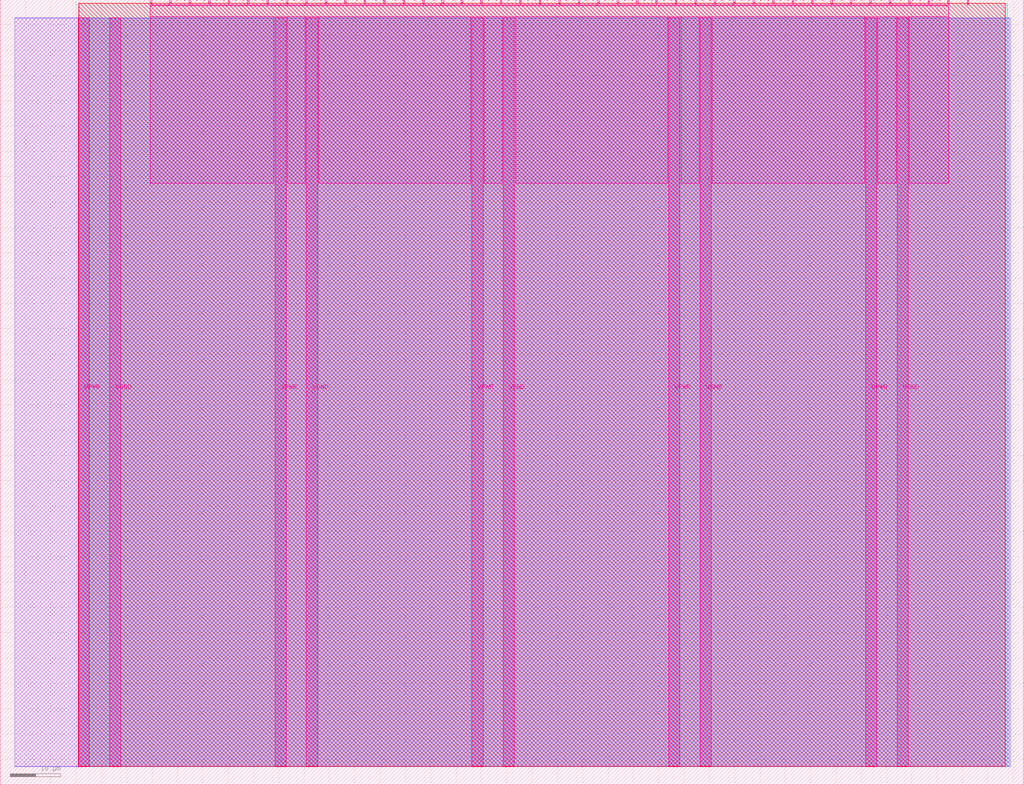
<source format=lef>
VERSION 5.7 ;
  NOWIREEXTENSIONATPIN ON ;
  DIVIDERCHAR "/" ;
  BUSBITCHARS "[]" ;
MACRO tt_um_ephrenm_tsal
  CLASS BLOCK ;
  FOREIGN tt_um_ephrenm_tsal ;
  ORIGIN 0.000 0.000 ;
  SIZE 202.080 BY 154.980 ;
  PIN VGND
    DIRECTION INOUT ;
    USE GROUND ;
    PORT
      LAYER Metal5 ;
        RECT 21.580 3.560 23.780 151.420 ;
    END
    PORT
      LAYER Metal5 ;
        RECT 60.450 3.560 62.650 151.420 ;
    END
    PORT
      LAYER Metal5 ;
        RECT 99.320 3.560 101.520 151.420 ;
    END
    PORT
      LAYER Metal5 ;
        RECT 138.190 3.560 140.390 151.420 ;
    END
    PORT
      LAYER Metal5 ;
        RECT 177.060 3.560 179.260 151.420 ;
    END
  END VGND
  PIN VPWR
    DIRECTION INOUT ;
    USE POWER ;
    PORT
      LAYER Metal5 ;
        RECT 15.380 3.560 17.580 151.420 ;
    END
    PORT
      LAYER Metal5 ;
        RECT 54.250 3.560 56.450 151.420 ;
    END
    PORT
      LAYER Metal5 ;
        RECT 93.120 3.560 95.320 151.420 ;
    END
    PORT
      LAYER Metal5 ;
        RECT 131.990 3.560 134.190 151.420 ;
    END
    PORT
      LAYER Metal5 ;
        RECT 170.860 3.560 173.060 151.420 ;
    END
  END VPWR
  PIN clk
    DIRECTION INPUT ;
    USE SIGNAL ;
    ANTENNAGATEAREA 0.213200 ;
    PORT
      LAYER Metal5 ;
        RECT 187.050 153.980 187.350 154.980 ;
    END
  END clk
  PIN ena
    DIRECTION INPUT ;
    USE SIGNAL ;
    PORT
      LAYER Metal5 ;
        RECT 190.890 153.980 191.190 154.980 ;
    END
  END ena
  PIN rst_n
    DIRECTION INPUT ;
    USE SIGNAL ;
    ANTENNAGATEAREA 0.393900 ;
    PORT
      LAYER Metal5 ;
        RECT 183.210 153.980 183.510 154.980 ;
    END
  END rst_n
  PIN ui_in[0]
    DIRECTION INPUT ;
    USE SIGNAL ;
    ANTENNAGATEAREA 0.180700 ;
    PORT
      LAYER Metal5 ;
        RECT 179.370 153.980 179.670 154.980 ;
    END
  END ui_in[0]
  PIN ui_in[1]
    DIRECTION INPUT ;
    USE SIGNAL ;
    ANTENNAGATEAREA 0.180700 ;
    PORT
      LAYER Metal5 ;
        RECT 175.530 153.980 175.830 154.980 ;
    END
  END ui_in[1]
  PIN ui_in[2]
    DIRECTION INPUT ;
    USE SIGNAL ;
    ANTENNAGATEAREA 0.180700 ;
    PORT
      LAYER Metal5 ;
        RECT 171.690 153.980 171.990 154.980 ;
    END
  END ui_in[2]
  PIN ui_in[3]
    DIRECTION INPUT ;
    USE SIGNAL ;
    ANTENNAGATEAREA 0.180700 ;
    PORT
      LAYER Metal5 ;
        RECT 167.850 153.980 168.150 154.980 ;
    END
  END ui_in[3]
  PIN ui_in[4]
    DIRECTION INPUT ;
    USE SIGNAL ;
    ANTENNAGATEAREA 0.180700 ;
    PORT
      LAYER Metal5 ;
        RECT 164.010 153.980 164.310 154.980 ;
    END
  END ui_in[4]
  PIN ui_in[5]
    DIRECTION INPUT ;
    USE SIGNAL ;
    ANTENNAGATEAREA 0.180700 ;
    PORT
      LAYER Metal5 ;
        RECT 160.170 153.980 160.470 154.980 ;
    END
  END ui_in[5]
  PIN ui_in[6]
    DIRECTION INPUT ;
    USE SIGNAL ;
    ANTENNAGATEAREA 0.180700 ;
    PORT
      LAYER Metal5 ;
        RECT 156.330 153.980 156.630 154.980 ;
    END
  END ui_in[6]
  PIN ui_in[7]
    DIRECTION INPUT ;
    USE SIGNAL ;
    ANTENNAGATEAREA 0.180700 ;
    PORT
      LAYER Metal5 ;
        RECT 152.490 153.980 152.790 154.980 ;
    END
  END ui_in[7]
  PIN uio_in[0]
    DIRECTION INPUT ;
    USE SIGNAL ;
    PORT
      LAYER Metal5 ;
        RECT 148.650 153.980 148.950 154.980 ;
    END
  END uio_in[0]
  PIN uio_in[1]
    DIRECTION INPUT ;
    USE SIGNAL ;
    ANTENNAGATEAREA 0.180700 ;
    PORT
      LAYER Metal5 ;
        RECT 144.810 153.980 145.110 154.980 ;
    END
  END uio_in[1]
  PIN uio_in[2]
    DIRECTION INPUT ;
    USE SIGNAL ;
    PORT
      LAYER Metal5 ;
        RECT 140.970 153.980 141.270 154.980 ;
    END
  END uio_in[2]
  PIN uio_in[3]
    DIRECTION INPUT ;
    USE SIGNAL ;
    PORT
      LAYER Metal5 ;
        RECT 137.130 153.980 137.430 154.980 ;
    END
  END uio_in[3]
  PIN uio_in[4]
    DIRECTION INPUT ;
    USE SIGNAL ;
    PORT
      LAYER Metal5 ;
        RECT 133.290 153.980 133.590 154.980 ;
    END
  END uio_in[4]
  PIN uio_in[5]
    DIRECTION INPUT ;
    USE SIGNAL ;
    PORT
      LAYER Metal5 ;
        RECT 129.450 153.980 129.750 154.980 ;
    END
  END uio_in[5]
  PIN uio_in[6]
    DIRECTION INPUT ;
    USE SIGNAL ;
    PORT
      LAYER Metal5 ;
        RECT 125.610 153.980 125.910 154.980 ;
    END
  END uio_in[6]
  PIN uio_in[7]
    DIRECTION INPUT ;
    USE SIGNAL ;
    PORT
      LAYER Metal5 ;
        RECT 121.770 153.980 122.070 154.980 ;
    END
  END uio_in[7]
  PIN uio_oe[0]
    DIRECTION OUTPUT ;
    USE SIGNAL ;
    ANTENNADIFFAREA 0.392700 ;
    PORT
      LAYER Metal5 ;
        RECT 56.490 153.980 56.790 154.980 ;
    END
  END uio_oe[0]
  PIN uio_oe[1]
    DIRECTION OUTPUT ;
    USE SIGNAL ;
    ANTENNADIFFAREA 0.299200 ;
    PORT
      LAYER Metal5 ;
        RECT 52.650 153.980 52.950 154.980 ;
    END
  END uio_oe[1]
  PIN uio_oe[2]
    DIRECTION OUTPUT ;
    USE SIGNAL ;
    ANTENNADIFFAREA 0.299200 ;
    PORT
      LAYER Metal5 ;
        RECT 48.810 153.980 49.110 154.980 ;
    END
  END uio_oe[2]
  PIN uio_oe[3]
    DIRECTION OUTPUT ;
    USE SIGNAL ;
    ANTENNADIFFAREA 0.392700 ;
    PORT
      LAYER Metal5 ;
        RECT 44.970 153.980 45.270 154.980 ;
    END
  END uio_oe[3]
  PIN uio_oe[4]
    DIRECTION OUTPUT ;
    USE SIGNAL ;
    ANTENNADIFFAREA 0.299200 ;
    PORT
      LAYER Metal5 ;
        RECT 41.130 153.980 41.430 154.980 ;
    END
  END uio_oe[4]
  PIN uio_oe[5]
    DIRECTION OUTPUT ;
    USE SIGNAL ;
    ANTENNADIFFAREA 0.299200 ;
    PORT
      LAYER Metal5 ;
        RECT 37.290 153.980 37.590 154.980 ;
    END
  END uio_oe[5]
  PIN uio_oe[6]
    DIRECTION OUTPUT ;
    USE SIGNAL ;
    ANTENNADIFFAREA 0.299200 ;
    PORT
      LAYER Metal5 ;
        RECT 33.450 153.980 33.750 154.980 ;
    END
  END uio_oe[6]
  PIN uio_oe[7]
    DIRECTION OUTPUT ;
    USE SIGNAL ;
    ANTENNADIFFAREA 0.299200 ;
    PORT
      LAYER Metal5 ;
        RECT 29.610 153.980 29.910 154.980 ;
    END
  END uio_oe[7]
  PIN uio_out[0]
    DIRECTION OUTPUT ;
    USE SIGNAL ;
    ANTENNADIFFAREA 0.654800 ;
    PORT
      LAYER Metal5 ;
        RECT 87.210 153.980 87.510 154.980 ;
    END
  END uio_out[0]
  PIN uio_out[1]
    DIRECTION OUTPUT ;
    USE SIGNAL ;
    ANTENNADIFFAREA 0.299200 ;
    PORT
      LAYER Metal5 ;
        RECT 83.370 153.980 83.670 154.980 ;
    END
  END uio_out[1]
  PIN uio_out[2]
    DIRECTION OUTPUT ;
    USE SIGNAL ;
    ANTENNADIFFAREA 0.299200 ;
    PORT
      LAYER Metal5 ;
        RECT 79.530 153.980 79.830 154.980 ;
    END
  END uio_out[2]
  PIN uio_out[3]
    DIRECTION OUTPUT ;
    USE SIGNAL ;
    ANTENNADIFFAREA 0.654800 ;
    PORT
      LAYER Metal5 ;
        RECT 75.690 153.980 75.990 154.980 ;
    END
  END uio_out[3]
  PIN uio_out[4]
    DIRECTION OUTPUT ;
    USE SIGNAL ;
    ANTENNADIFFAREA 0.299200 ;
    PORT
      LAYER Metal5 ;
        RECT 71.850 153.980 72.150 154.980 ;
    END
  END uio_out[4]
  PIN uio_out[5]
    DIRECTION OUTPUT ;
    USE SIGNAL ;
    ANTENNADIFFAREA 0.299200 ;
    PORT
      LAYER Metal5 ;
        RECT 68.010 153.980 68.310 154.980 ;
    END
  END uio_out[5]
  PIN uio_out[6]
    DIRECTION OUTPUT ;
    USE SIGNAL ;
    ANTENNADIFFAREA 0.299200 ;
    PORT
      LAYER Metal5 ;
        RECT 64.170 153.980 64.470 154.980 ;
    END
  END uio_out[6]
  PIN uio_out[7]
    DIRECTION OUTPUT ;
    USE SIGNAL ;
    ANTENNADIFFAREA 0.299200 ;
    PORT
      LAYER Metal5 ;
        RECT 60.330 153.980 60.630 154.980 ;
    END
  END uio_out[7]
  PIN uo_out[0]
    DIRECTION OUTPUT ;
    USE SIGNAL ;
    ANTENNADIFFAREA 0.654800 ;
    PORT
      LAYER Metal5 ;
        RECT 117.930 153.980 118.230 154.980 ;
    END
  END uo_out[0]
  PIN uo_out[1]
    DIRECTION OUTPUT ;
    USE SIGNAL ;
    ANTENNADIFFAREA 0.654800 ;
    PORT
      LAYER Metal5 ;
        RECT 114.090 153.980 114.390 154.980 ;
    END
  END uo_out[1]
  PIN uo_out[2]
    DIRECTION OUTPUT ;
    USE SIGNAL ;
    ANTENNADIFFAREA 0.299200 ;
    PORT
      LAYER Metal5 ;
        RECT 110.250 153.980 110.550 154.980 ;
    END
  END uo_out[2]
  PIN uo_out[3]
    DIRECTION OUTPUT ;
    USE SIGNAL ;
    ANTENNADIFFAREA 0.299200 ;
    PORT
      LAYER Metal5 ;
        RECT 106.410 153.980 106.710 154.980 ;
    END
  END uo_out[3]
  PIN uo_out[4]
    DIRECTION OUTPUT ;
    USE SIGNAL ;
    ANTENNADIFFAREA 0.299200 ;
    PORT
      LAYER Metal5 ;
        RECT 102.570 153.980 102.870 154.980 ;
    END
  END uo_out[4]
  PIN uo_out[5]
    DIRECTION OUTPUT ;
    USE SIGNAL ;
    ANTENNADIFFAREA 0.299200 ;
    PORT
      LAYER Metal5 ;
        RECT 98.730 153.980 99.030 154.980 ;
    END
  END uo_out[5]
  PIN uo_out[6]
    DIRECTION OUTPUT ;
    USE SIGNAL ;
    ANTENNADIFFAREA 0.299200 ;
    PORT
      LAYER Metal5 ;
        RECT 94.890 153.980 95.190 154.980 ;
    END
  END uo_out[6]
  PIN uo_out[7]
    DIRECTION OUTPUT ;
    USE SIGNAL ;
    ANTENNADIFFAREA 0.299200 ;
    PORT
      LAYER Metal5 ;
        RECT 91.050 153.980 91.350 154.980 ;
    END
  END uo_out[7]
  OBS
      LAYER GatPoly ;
        RECT 2.880 3.630 199.200 151.350 ;
      LAYER Metal1 ;
        RECT 2.880 3.560 199.200 151.420 ;
      LAYER Metal2 ;
        RECT 15.515 3.680 199.475 151.300 ;
      LAYER Metal3 ;
        RECT 15.560 3.635 198.820 154.285 ;
      LAYER Metal4 ;
        RECT 15.515 3.680 198.385 154.240 ;
      LAYER Metal5 ;
        RECT 30.120 153.770 33.240 153.980 ;
        RECT 33.960 153.770 37.080 153.980 ;
        RECT 37.800 153.770 40.920 153.980 ;
        RECT 41.640 153.770 44.760 153.980 ;
        RECT 45.480 153.770 48.600 153.980 ;
        RECT 49.320 153.770 52.440 153.980 ;
        RECT 53.160 153.770 56.280 153.980 ;
        RECT 57.000 153.770 60.120 153.980 ;
        RECT 60.840 153.770 63.960 153.980 ;
        RECT 64.680 153.770 67.800 153.980 ;
        RECT 68.520 153.770 71.640 153.980 ;
        RECT 72.360 153.770 75.480 153.980 ;
        RECT 76.200 153.770 79.320 153.980 ;
        RECT 80.040 153.770 83.160 153.980 ;
        RECT 83.880 153.770 87.000 153.980 ;
        RECT 87.720 153.770 90.840 153.980 ;
        RECT 91.560 153.770 94.680 153.980 ;
        RECT 95.400 153.770 98.520 153.980 ;
        RECT 99.240 153.770 102.360 153.980 ;
        RECT 103.080 153.770 106.200 153.980 ;
        RECT 106.920 153.770 110.040 153.980 ;
        RECT 110.760 153.770 113.880 153.980 ;
        RECT 114.600 153.770 117.720 153.980 ;
        RECT 118.440 153.770 121.560 153.980 ;
        RECT 122.280 153.770 125.400 153.980 ;
        RECT 126.120 153.770 129.240 153.980 ;
        RECT 129.960 153.770 133.080 153.980 ;
        RECT 133.800 153.770 136.920 153.980 ;
        RECT 137.640 153.770 140.760 153.980 ;
        RECT 141.480 153.770 144.600 153.980 ;
        RECT 145.320 153.770 148.440 153.980 ;
        RECT 149.160 153.770 152.280 153.980 ;
        RECT 153.000 153.770 156.120 153.980 ;
        RECT 156.840 153.770 159.960 153.980 ;
        RECT 160.680 153.770 163.800 153.980 ;
        RECT 164.520 153.770 167.640 153.980 ;
        RECT 168.360 153.770 171.480 153.980 ;
        RECT 172.200 153.770 175.320 153.980 ;
        RECT 176.040 153.770 179.160 153.980 ;
        RECT 179.880 153.770 183.000 153.980 ;
        RECT 183.720 153.770 186.840 153.980 ;
        RECT 29.660 151.630 187.300 153.770 ;
        RECT 29.660 118.715 54.040 151.630 ;
        RECT 56.660 118.715 60.240 151.630 ;
        RECT 62.860 118.715 92.910 151.630 ;
        RECT 95.530 118.715 99.110 151.630 ;
        RECT 101.730 118.715 131.780 151.630 ;
        RECT 134.400 118.715 137.980 151.630 ;
        RECT 140.600 118.715 170.650 151.630 ;
        RECT 173.270 118.715 176.850 151.630 ;
        RECT 179.470 118.715 187.300 151.630 ;
  END
END tt_um_ephrenm_tsal
END LIBRARY


</source>
